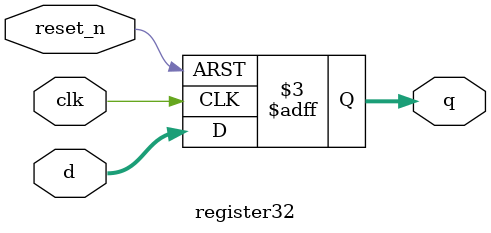
<source format=v>
module register32(clk, reset_n, d, q); //32bit register
  input clk, reset_n;
  input [31:0] d;
  output reg [31:0] q;
  
  always@(posedge clk or negedge reset_n) 
  begin
    if(reset_n == 0) q <= 32'b0;
    else q <= d;
  end


endmodule

</source>
